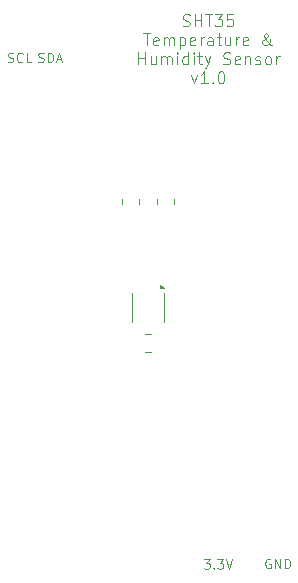
<source format=gbr>
%TF.GenerationSoftware,KiCad,Pcbnew,9.0.0*%
%TF.CreationDate,2025-06-18T18:11:36+02:00*%
%TF.ProjectId,SHT35_Board,53485433-355f-4426-9f61-72642e6b6963,rev?*%
%TF.SameCoordinates,Original*%
%TF.FileFunction,Legend,Top*%
%TF.FilePolarity,Positive*%
%FSLAX46Y46*%
G04 Gerber Fmt 4.6, Leading zero omitted, Abs format (unit mm)*
G04 Created by KiCad (PCBNEW 9.0.0) date 2025-06-18 18:11:36*
%MOMM*%
%LPD*%
G01*
G04 APERTURE LIST*
%ADD10C,0.100000*%
%ADD11C,0.120000*%
G04 APERTURE END LIST*
D10*
X185330074Y-111286895D02*
X185825312Y-111286895D01*
X185825312Y-111286895D02*
X185558646Y-111591657D01*
X185558646Y-111591657D02*
X185672931Y-111591657D01*
X185672931Y-111591657D02*
X185749122Y-111629752D01*
X185749122Y-111629752D02*
X185787217Y-111667847D01*
X185787217Y-111667847D02*
X185825312Y-111744038D01*
X185825312Y-111744038D02*
X185825312Y-111934514D01*
X185825312Y-111934514D02*
X185787217Y-112010704D01*
X185787217Y-112010704D02*
X185749122Y-112048800D01*
X185749122Y-112048800D02*
X185672931Y-112086895D01*
X185672931Y-112086895D02*
X185444360Y-112086895D01*
X185444360Y-112086895D02*
X185368169Y-112048800D01*
X185368169Y-112048800D02*
X185330074Y-112010704D01*
X186168170Y-112010704D02*
X186206265Y-112048800D01*
X186206265Y-112048800D02*
X186168170Y-112086895D01*
X186168170Y-112086895D02*
X186130074Y-112048800D01*
X186130074Y-112048800D02*
X186168170Y-112010704D01*
X186168170Y-112010704D02*
X186168170Y-112086895D01*
X186472931Y-111286895D02*
X186968169Y-111286895D01*
X186968169Y-111286895D02*
X186701503Y-111591657D01*
X186701503Y-111591657D02*
X186815788Y-111591657D01*
X186815788Y-111591657D02*
X186891979Y-111629752D01*
X186891979Y-111629752D02*
X186930074Y-111667847D01*
X186930074Y-111667847D02*
X186968169Y-111744038D01*
X186968169Y-111744038D02*
X186968169Y-111934514D01*
X186968169Y-111934514D02*
X186930074Y-112010704D01*
X186930074Y-112010704D02*
X186891979Y-112048800D01*
X186891979Y-112048800D02*
X186815788Y-112086895D01*
X186815788Y-112086895D02*
X186587217Y-112086895D01*
X186587217Y-112086895D02*
X186511026Y-112048800D01*
X186511026Y-112048800D02*
X186472931Y-112010704D01*
X187196741Y-111286895D02*
X187463408Y-112086895D01*
X187463408Y-112086895D02*
X187730074Y-111286895D01*
X171328169Y-69168800D02*
X171442455Y-69206895D01*
X171442455Y-69206895D02*
X171632931Y-69206895D01*
X171632931Y-69206895D02*
X171709122Y-69168800D01*
X171709122Y-69168800D02*
X171747217Y-69130704D01*
X171747217Y-69130704D02*
X171785312Y-69054514D01*
X171785312Y-69054514D02*
X171785312Y-68978323D01*
X171785312Y-68978323D02*
X171747217Y-68902133D01*
X171747217Y-68902133D02*
X171709122Y-68864038D01*
X171709122Y-68864038D02*
X171632931Y-68825942D01*
X171632931Y-68825942D02*
X171480550Y-68787847D01*
X171480550Y-68787847D02*
X171404360Y-68749752D01*
X171404360Y-68749752D02*
X171366265Y-68711657D01*
X171366265Y-68711657D02*
X171328169Y-68635466D01*
X171328169Y-68635466D02*
X171328169Y-68559276D01*
X171328169Y-68559276D02*
X171366265Y-68483085D01*
X171366265Y-68483085D02*
X171404360Y-68444990D01*
X171404360Y-68444990D02*
X171480550Y-68406895D01*
X171480550Y-68406895D02*
X171671027Y-68406895D01*
X171671027Y-68406895D02*
X171785312Y-68444990D01*
X172128170Y-69206895D02*
X172128170Y-68406895D01*
X172128170Y-68406895D02*
X172318646Y-68406895D01*
X172318646Y-68406895D02*
X172432932Y-68444990D01*
X172432932Y-68444990D02*
X172509122Y-68521180D01*
X172509122Y-68521180D02*
X172547217Y-68597371D01*
X172547217Y-68597371D02*
X172585313Y-68749752D01*
X172585313Y-68749752D02*
X172585313Y-68864038D01*
X172585313Y-68864038D02*
X172547217Y-69016419D01*
X172547217Y-69016419D02*
X172509122Y-69092609D01*
X172509122Y-69092609D02*
X172432932Y-69168800D01*
X172432932Y-69168800D02*
X172318646Y-69206895D01*
X172318646Y-69206895D02*
X172128170Y-69206895D01*
X172890074Y-68978323D02*
X173271027Y-68978323D01*
X172813884Y-69206895D02*
X173080551Y-68406895D01*
X173080551Y-68406895D02*
X173347217Y-69206895D01*
X190985312Y-111314990D02*
X190909122Y-111276895D01*
X190909122Y-111276895D02*
X190794836Y-111276895D01*
X190794836Y-111276895D02*
X190680550Y-111314990D01*
X190680550Y-111314990D02*
X190604360Y-111391180D01*
X190604360Y-111391180D02*
X190566265Y-111467371D01*
X190566265Y-111467371D02*
X190528169Y-111619752D01*
X190528169Y-111619752D02*
X190528169Y-111734038D01*
X190528169Y-111734038D02*
X190566265Y-111886419D01*
X190566265Y-111886419D02*
X190604360Y-111962609D01*
X190604360Y-111962609D02*
X190680550Y-112038800D01*
X190680550Y-112038800D02*
X190794836Y-112076895D01*
X190794836Y-112076895D02*
X190871027Y-112076895D01*
X190871027Y-112076895D02*
X190985312Y-112038800D01*
X190985312Y-112038800D02*
X191023408Y-112000704D01*
X191023408Y-112000704D02*
X191023408Y-111734038D01*
X191023408Y-111734038D02*
X190871027Y-111734038D01*
X191366265Y-112076895D02*
X191366265Y-111276895D01*
X191366265Y-111276895D02*
X191823408Y-112076895D01*
X191823408Y-112076895D02*
X191823408Y-111276895D01*
X192204360Y-112076895D02*
X192204360Y-111276895D01*
X192204360Y-111276895D02*
X192394836Y-111276895D01*
X192394836Y-111276895D02*
X192509122Y-111314990D01*
X192509122Y-111314990D02*
X192585312Y-111391180D01*
X192585312Y-111391180D02*
X192623407Y-111467371D01*
X192623407Y-111467371D02*
X192661503Y-111619752D01*
X192661503Y-111619752D02*
X192661503Y-111734038D01*
X192661503Y-111734038D02*
X192623407Y-111886419D01*
X192623407Y-111886419D02*
X192585312Y-111962609D01*
X192585312Y-111962609D02*
X192509122Y-112038800D01*
X192509122Y-112038800D02*
X192394836Y-112076895D01*
X192394836Y-112076895D02*
X192204360Y-112076895D01*
X168738169Y-69168800D02*
X168852455Y-69206895D01*
X168852455Y-69206895D02*
X169042931Y-69206895D01*
X169042931Y-69206895D02*
X169119122Y-69168800D01*
X169119122Y-69168800D02*
X169157217Y-69130704D01*
X169157217Y-69130704D02*
X169195312Y-69054514D01*
X169195312Y-69054514D02*
X169195312Y-68978323D01*
X169195312Y-68978323D02*
X169157217Y-68902133D01*
X169157217Y-68902133D02*
X169119122Y-68864038D01*
X169119122Y-68864038D02*
X169042931Y-68825942D01*
X169042931Y-68825942D02*
X168890550Y-68787847D01*
X168890550Y-68787847D02*
X168814360Y-68749752D01*
X168814360Y-68749752D02*
X168776265Y-68711657D01*
X168776265Y-68711657D02*
X168738169Y-68635466D01*
X168738169Y-68635466D02*
X168738169Y-68559276D01*
X168738169Y-68559276D02*
X168776265Y-68483085D01*
X168776265Y-68483085D02*
X168814360Y-68444990D01*
X168814360Y-68444990D02*
X168890550Y-68406895D01*
X168890550Y-68406895D02*
X169081027Y-68406895D01*
X169081027Y-68406895D02*
X169195312Y-68444990D01*
X169995313Y-69130704D02*
X169957217Y-69168800D01*
X169957217Y-69168800D02*
X169842932Y-69206895D01*
X169842932Y-69206895D02*
X169766741Y-69206895D01*
X169766741Y-69206895D02*
X169652455Y-69168800D01*
X169652455Y-69168800D02*
X169576265Y-69092609D01*
X169576265Y-69092609D02*
X169538170Y-69016419D01*
X169538170Y-69016419D02*
X169500074Y-68864038D01*
X169500074Y-68864038D02*
X169500074Y-68749752D01*
X169500074Y-68749752D02*
X169538170Y-68597371D01*
X169538170Y-68597371D02*
X169576265Y-68521180D01*
X169576265Y-68521180D02*
X169652455Y-68444990D01*
X169652455Y-68444990D02*
X169766741Y-68406895D01*
X169766741Y-68406895D02*
X169842932Y-68406895D01*
X169842932Y-68406895D02*
X169957217Y-68444990D01*
X169957217Y-68444990D02*
X169995313Y-68483085D01*
X170719122Y-69206895D02*
X170338170Y-69206895D01*
X170338170Y-69206895D02*
X170338170Y-68406895D01*
X183567143Y-66124968D02*
X183710000Y-66172587D01*
X183710000Y-66172587D02*
X183948095Y-66172587D01*
X183948095Y-66172587D02*
X184043333Y-66124968D01*
X184043333Y-66124968D02*
X184090952Y-66077348D01*
X184090952Y-66077348D02*
X184138571Y-65982110D01*
X184138571Y-65982110D02*
X184138571Y-65886872D01*
X184138571Y-65886872D02*
X184090952Y-65791634D01*
X184090952Y-65791634D02*
X184043333Y-65744015D01*
X184043333Y-65744015D02*
X183948095Y-65696396D01*
X183948095Y-65696396D02*
X183757619Y-65648777D01*
X183757619Y-65648777D02*
X183662381Y-65601158D01*
X183662381Y-65601158D02*
X183614762Y-65553539D01*
X183614762Y-65553539D02*
X183567143Y-65458301D01*
X183567143Y-65458301D02*
X183567143Y-65363063D01*
X183567143Y-65363063D02*
X183614762Y-65267825D01*
X183614762Y-65267825D02*
X183662381Y-65220206D01*
X183662381Y-65220206D02*
X183757619Y-65172587D01*
X183757619Y-65172587D02*
X183995714Y-65172587D01*
X183995714Y-65172587D02*
X184138571Y-65220206D01*
X184567143Y-66172587D02*
X184567143Y-65172587D01*
X184567143Y-65648777D02*
X185138571Y-65648777D01*
X185138571Y-66172587D02*
X185138571Y-65172587D01*
X185471905Y-65172587D02*
X186043333Y-65172587D01*
X185757619Y-66172587D02*
X185757619Y-65172587D01*
X186281429Y-65172587D02*
X186900476Y-65172587D01*
X186900476Y-65172587D02*
X186567143Y-65553539D01*
X186567143Y-65553539D02*
X186710000Y-65553539D01*
X186710000Y-65553539D02*
X186805238Y-65601158D01*
X186805238Y-65601158D02*
X186852857Y-65648777D01*
X186852857Y-65648777D02*
X186900476Y-65744015D01*
X186900476Y-65744015D02*
X186900476Y-65982110D01*
X186900476Y-65982110D02*
X186852857Y-66077348D01*
X186852857Y-66077348D02*
X186805238Y-66124968D01*
X186805238Y-66124968D02*
X186710000Y-66172587D01*
X186710000Y-66172587D02*
X186424286Y-66172587D01*
X186424286Y-66172587D02*
X186329048Y-66124968D01*
X186329048Y-66124968D02*
X186281429Y-66077348D01*
X187805238Y-65172587D02*
X187329048Y-65172587D01*
X187329048Y-65172587D02*
X187281429Y-65648777D01*
X187281429Y-65648777D02*
X187329048Y-65601158D01*
X187329048Y-65601158D02*
X187424286Y-65553539D01*
X187424286Y-65553539D02*
X187662381Y-65553539D01*
X187662381Y-65553539D02*
X187757619Y-65601158D01*
X187757619Y-65601158D02*
X187805238Y-65648777D01*
X187805238Y-65648777D02*
X187852857Y-65744015D01*
X187852857Y-65744015D02*
X187852857Y-65982110D01*
X187852857Y-65982110D02*
X187805238Y-66077348D01*
X187805238Y-66077348D02*
X187757619Y-66124968D01*
X187757619Y-66124968D02*
X187662381Y-66172587D01*
X187662381Y-66172587D02*
X187424286Y-66172587D01*
X187424286Y-66172587D02*
X187329048Y-66124968D01*
X187329048Y-66124968D02*
X187281429Y-66077348D01*
X180209999Y-66782531D02*
X180781427Y-66782531D01*
X180495713Y-67782531D02*
X180495713Y-66782531D01*
X181495713Y-67734912D02*
X181400475Y-67782531D01*
X181400475Y-67782531D02*
X181209999Y-67782531D01*
X181209999Y-67782531D02*
X181114761Y-67734912D01*
X181114761Y-67734912D02*
X181067142Y-67639673D01*
X181067142Y-67639673D02*
X181067142Y-67258721D01*
X181067142Y-67258721D02*
X181114761Y-67163483D01*
X181114761Y-67163483D02*
X181209999Y-67115864D01*
X181209999Y-67115864D02*
X181400475Y-67115864D01*
X181400475Y-67115864D02*
X181495713Y-67163483D01*
X181495713Y-67163483D02*
X181543332Y-67258721D01*
X181543332Y-67258721D02*
X181543332Y-67353959D01*
X181543332Y-67353959D02*
X181067142Y-67449197D01*
X181971904Y-67782531D02*
X181971904Y-67115864D01*
X181971904Y-67211102D02*
X182019523Y-67163483D01*
X182019523Y-67163483D02*
X182114761Y-67115864D01*
X182114761Y-67115864D02*
X182257618Y-67115864D01*
X182257618Y-67115864D02*
X182352856Y-67163483D01*
X182352856Y-67163483D02*
X182400475Y-67258721D01*
X182400475Y-67258721D02*
X182400475Y-67782531D01*
X182400475Y-67258721D02*
X182448094Y-67163483D01*
X182448094Y-67163483D02*
X182543332Y-67115864D01*
X182543332Y-67115864D02*
X182686189Y-67115864D01*
X182686189Y-67115864D02*
X182781428Y-67163483D01*
X182781428Y-67163483D02*
X182829047Y-67258721D01*
X182829047Y-67258721D02*
X182829047Y-67782531D01*
X183305237Y-67115864D02*
X183305237Y-68115864D01*
X183305237Y-67163483D02*
X183400475Y-67115864D01*
X183400475Y-67115864D02*
X183590951Y-67115864D01*
X183590951Y-67115864D02*
X183686189Y-67163483D01*
X183686189Y-67163483D02*
X183733808Y-67211102D01*
X183733808Y-67211102D02*
X183781427Y-67306340D01*
X183781427Y-67306340D02*
X183781427Y-67592054D01*
X183781427Y-67592054D02*
X183733808Y-67687292D01*
X183733808Y-67687292D02*
X183686189Y-67734912D01*
X183686189Y-67734912D02*
X183590951Y-67782531D01*
X183590951Y-67782531D02*
X183400475Y-67782531D01*
X183400475Y-67782531D02*
X183305237Y-67734912D01*
X184590951Y-67734912D02*
X184495713Y-67782531D01*
X184495713Y-67782531D02*
X184305237Y-67782531D01*
X184305237Y-67782531D02*
X184209999Y-67734912D01*
X184209999Y-67734912D02*
X184162380Y-67639673D01*
X184162380Y-67639673D02*
X184162380Y-67258721D01*
X184162380Y-67258721D02*
X184209999Y-67163483D01*
X184209999Y-67163483D02*
X184305237Y-67115864D01*
X184305237Y-67115864D02*
X184495713Y-67115864D01*
X184495713Y-67115864D02*
X184590951Y-67163483D01*
X184590951Y-67163483D02*
X184638570Y-67258721D01*
X184638570Y-67258721D02*
X184638570Y-67353959D01*
X184638570Y-67353959D02*
X184162380Y-67449197D01*
X185067142Y-67782531D02*
X185067142Y-67115864D01*
X185067142Y-67306340D02*
X185114761Y-67211102D01*
X185114761Y-67211102D02*
X185162380Y-67163483D01*
X185162380Y-67163483D02*
X185257618Y-67115864D01*
X185257618Y-67115864D02*
X185352856Y-67115864D01*
X186114761Y-67782531D02*
X186114761Y-67258721D01*
X186114761Y-67258721D02*
X186067142Y-67163483D01*
X186067142Y-67163483D02*
X185971904Y-67115864D01*
X185971904Y-67115864D02*
X185781428Y-67115864D01*
X185781428Y-67115864D02*
X185686190Y-67163483D01*
X186114761Y-67734912D02*
X186019523Y-67782531D01*
X186019523Y-67782531D02*
X185781428Y-67782531D01*
X185781428Y-67782531D02*
X185686190Y-67734912D01*
X185686190Y-67734912D02*
X185638571Y-67639673D01*
X185638571Y-67639673D02*
X185638571Y-67544435D01*
X185638571Y-67544435D02*
X185686190Y-67449197D01*
X185686190Y-67449197D02*
X185781428Y-67401578D01*
X185781428Y-67401578D02*
X186019523Y-67401578D01*
X186019523Y-67401578D02*
X186114761Y-67353959D01*
X186448095Y-67115864D02*
X186829047Y-67115864D01*
X186590952Y-66782531D02*
X186590952Y-67639673D01*
X186590952Y-67639673D02*
X186638571Y-67734912D01*
X186638571Y-67734912D02*
X186733809Y-67782531D01*
X186733809Y-67782531D02*
X186829047Y-67782531D01*
X187590952Y-67115864D02*
X187590952Y-67782531D01*
X187162381Y-67115864D02*
X187162381Y-67639673D01*
X187162381Y-67639673D02*
X187210000Y-67734912D01*
X187210000Y-67734912D02*
X187305238Y-67782531D01*
X187305238Y-67782531D02*
X187448095Y-67782531D01*
X187448095Y-67782531D02*
X187543333Y-67734912D01*
X187543333Y-67734912D02*
X187590952Y-67687292D01*
X188067143Y-67782531D02*
X188067143Y-67115864D01*
X188067143Y-67306340D02*
X188114762Y-67211102D01*
X188114762Y-67211102D02*
X188162381Y-67163483D01*
X188162381Y-67163483D02*
X188257619Y-67115864D01*
X188257619Y-67115864D02*
X188352857Y-67115864D01*
X189067143Y-67734912D02*
X188971905Y-67782531D01*
X188971905Y-67782531D02*
X188781429Y-67782531D01*
X188781429Y-67782531D02*
X188686191Y-67734912D01*
X188686191Y-67734912D02*
X188638572Y-67639673D01*
X188638572Y-67639673D02*
X188638572Y-67258721D01*
X188638572Y-67258721D02*
X188686191Y-67163483D01*
X188686191Y-67163483D02*
X188781429Y-67115864D01*
X188781429Y-67115864D02*
X188971905Y-67115864D01*
X188971905Y-67115864D02*
X189067143Y-67163483D01*
X189067143Y-67163483D02*
X189114762Y-67258721D01*
X189114762Y-67258721D02*
X189114762Y-67353959D01*
X189114762Y-67353959D02*
X188638572Y-67449197D01*
X191114763Y-67782531D02*
X191067144Y-67782531D01*
X191067144Y-67782531D02*
X190971905Y-67734912D01*
X190971905Y-67734912D02*
X190829048Y-67592054D01*
X190829048Y-67592054D02*
X190590953Y-67306340D01*
X190590953Y-67306340D02*
X190495715Y-67163483D01*
X190495715Y-67163483D02*
X190448096Y-67020626D01*
X190448096Y-67020626D02*
X190448096Y-66925388D01*
X190448096Y-66925388D02*
X190495715Y-66830150D01*
X190495715Y-66830150D02*
X190590953Y-66782531D01*
X190590953Y-66782531D02*
X190638572Y-66782531D01*
X190638572Y-66782531D02*
X190733810Y-66830150D01*
X190733810Y-66830150D02*
X190781429Y-66925388D01*
X190781429Y-66925388D02*
X190781429Y-66973007D01*
X190781429Y-66973007D02*
X190733810Y-67068245D01*
X190733810Y-67068245D02*
X190686191Y-67115864D01*
X190686191Y-67115864D02*
X190400477Y-67306340D01*
X190400477Y-67306340D02*
X190352858Y-67353959D01*
X190352858Y-67353959D02*
X190305239Y-67449197D01*
X190305239Y-67449197D02*
X190305239Y-67592054D01*
X190305239Y-67592054D02*
X190352858Y-67687292D01*
X190352858Y-67687292D02*
X190400477Y-67734912D01*
X190400477Y-67734912D02*
X190495715Y-67782531D01*
X190495715Y-67782531D02*
X190638572Y-67782531D01*
X190638572Y-67782531D02*
X190733810Y-67734912D01*
X190733810Y-67734912D02*
X190781429Y-67687292D01*
X190781429Y-67687292D02*
X190924286Y-67496816D01*
X190924286Y-67496816D02*
X190971905Y-67353959D01*
X190971905Y-67353959D02*
X190971905Y-67258721D01*
X179805238Y-69392475D02*
X179805238Y-68392475D01*
X179805238Y-68868665D02*
X180376666Y-68868665D01*
X180376666Y-69392475D02*
X180376666Y-68392475D01*
X181281428Y-68725808D02*
X181281428Y-69392475D01*
X180852857Y-68725808D02*
X180852857Y-69249617D01*
X180852857Y-69249617D02*
X180900476Y-69344856D01*
X180900476Y-69344856D02*
X180995714Y-69392475D01*
X180995714Y-69392475D02*
X181138571Y-69392475D01*
X181138571Y-69392475D02*
X181233809Y-69344856D01*
X181233809Y-69344856D02*
X181281428Y-69297236D01*
X181757619Y-69392475D02*
X181757619Y-68725808D01*
X181757619Y-68821046D02*
X181805238Y-68773427D01*
X181805238Y-68773427D02*
X181900476Y-68725808D01*
X181900476Y-68725808D02*
X182043333Y-68725808D01*
X182043333Y-68725808D02*
X182138571Y-68773427D01*
X182138571Y-68773427D02*
X182186190Y-68868665D01*
X182186190Y-68868665D02*
X182186190Y-69392475D01*
X182186190Y-68868665D02*
X182233809Y-68773427D01*
X182233809Y-68773427D02*
X182329047Y-68725808D01*
X182329047Y-68725808D02*
X182471904Y-68725808D01*
X182471904Y-68725808D02*
X182567143Y-68773427D01*
X182567143Y-68773427D02*
X182614762Y-68868665D01*
X182614762Y-68868665D02*
X182614762Y-69392475D01*
X183090952Y-69392475D02*
X183090952Y-68725808D01*
X183090952Y-68392475D02*
X183043333Y-68440094D01*
X183043333Y-68440094D02*
X183090952Y-68487713D01*
X183090952Y-68487713D02*
X183138571Y-68440094D01*
X183138571Y-68440094D02*
X183090952Y-68392475D01*
X183090952Y-68392475D02*
X183090952Y-68487713D01*
X183995713Y-69392475D02*
X183995713Y-68392475D01*
X183995713Y-69344856D02*
X183900475Y-69392475D01*
X183900475Y-69392475D02*
X183709999Y-69392475D01*
X183709999Y-69392475D02*
X183614761Y-69344856D01*
X183614761Y-69344856D02*
X183567142Y-69297236D01*
X183567142Y-69297236D02*
X183519523Y-69201998D01*
X183519523Y-69201998D02*
X183519523Y-68916284D01*
X183519523Y-68916284D02*
X183567142Y-68821046D01*
X183567142Y-68821046D02*
X183614761Y-68773427D01*
X183614761Y-68773427D02*
X183709999Y-68725808D01*
X183709999Y-68725808D02*
X183900475Y-68725808D01*
X183900475Y-68725808D02*
X183995713Y-68773427D01*
X184471904Y-69392475D02*
X184471904Y-68725808D01*
X184471904Y-68392475D02*
X184424285Y-68440094D01*
X184424285Y-68440094D02*
X184471904Y-68487713D01*
X184471904Y-68487713D02*
X184519523Y-68440094D01*
X184519523Y-68440094D02*
X184471904Y-68392475D01*
X184471904Y-68392475D02*
X184471904Y-68487713D01*
X184805237Y-68725808D02*
X185186189Y-68725808D01*
X184948094Y-68392475D02*
X184948094Y-69249617D01*
X184948094Y-69249617D02*
X184995713Y-69344856D01*
X184995713Y-69344856D02*
X185090951Y-69392475D01*
X185090951Y-69392475D02*
X185186189Y-69392475D01*
X185424285Y-68725808D02*
X185662380Y-69392475D01*
X185900475Y-68725808D02*
X185662380Y-69392475D01*
X185662380Y-69392475D02*
X185567142Y-69630570D01*
X185567142Y-69630570D02*
X185519523Y-69678189D01*
X185519523Y-69678189D02*
X185424285Y-69725808D01*
X186995714Y-69344856D02*
X187138571Y-69392475D01*
X187138571Y-69392475D02*
X187376666Y-69392475D01*
X187376666Y-69392475D02*
X187471904Y-69344856D01*
X187471904Y-69344856D02*
X187519523Y-69297236D01*
X187519523Y-69297236D02*
X187567142Y-69201998D01*
X187567142Y-69201998D02*
X187567142Y-69106760D01*
X187567142Y-69106760D02*
X187519523Y-69011522D01*
X187519523Y-69011522D02*
X187471904Y-68963903D01*
X187471904Y-68963903D02*
X187376666Y-68916284D01*
X187376666Y-68916284D02*
X187186190Y-68868665D01*
X187186190Y-68868665D02*
X187090952Y-68821046D01*
X187090952Y-68821046D02*
X187043333Y-68773427D01*
X187043333Y-68773427D02*
X186995714Y-68678189D01*
X186995714Y-68678189D02*
X186995714Y-68582951D01*
X186995714Y-68582951D02*
X187043333Y-68487713D01*
X187043333Y-68487713D02*
X187090952Y-68440094D01*
X187090952Y-68440094D02*
X187186190Y-68392475D01*
X187186190Y-68392475D02*
X187424285Y-68392475D01*
X187424285Y-68392475D02*
X187567142Y-68440094D01*
X188376666Y-69344856D02*
X188281428Y-69392475D01*
X188281428Y-69392475D02*
X188090952Y-69392475D01*
X188090952Y-69392475D02*
X187995714Y-69344856D01*
X187995714Y-69344856D02*
X187948095Y-69249617D01*
X187948095Y-69249617D02*
X187948095Y-68868665D01*
X187948095Y-68868665D02*
X187995714Y-68773427D01*
X187995714Y-68773427D02*
X188090952Y-68725808D01*
X188090952Y-68725808D02*
X188281428Y-68725808D01*
X188281428Y-68725808D02*
X188376666Y-68773427D01*
X188376666Y-68773427D02*
X188424285Y-68868665D01*
X188424285Y-68868665D02*
X188424285Y-68963903D01*
X188424285Y-68963903D02*
X187948095Y-69059141D01*
X188852857Y-68725808D02*
X188852857Y-69392475D01*
X188852857Y-68821046D02*
X188900476Y-68773427D01*
X188900476Y-68773427D02*
X188995714Y-68725808D01*
X188995714Y-68725808D02*
X189138571Y-68725808D01*
X189138571Y-68725808D02*
X189233809Y-68773427D01*
X189233809Y-68773427D02*
X189281428Y-68868665D01*
X189281428Y-68868665D02*
X189281428Y-69392475D01*
X189710000Y-69344856D02*
X189805238Y-69392475D01*
X189805238Y-69392475D02*
X189995714Y-69392475D01*
X189995714Y-69392475D02*
X190090952Y-69344856D01*
X190090952Y-69344856D02*
X190138571Y-69249617D01*
X190138571Y-69249617D02*
X190138571Y-69201998D01*
X190138571Y-69201998D02*
X190090952Y-69106760D01*
X190090952Y-69106760D02*
X189995714Y-69059141D01*
X189995714Y-69059141D02*
X189852857Y-69059141D01*
X189852857Y-69059141D02*
X189757619Y-69011522D01*
X189757619Y-69011522D02*
X189710000Y-68916284D01*
X189710000Y-68916284D02*
X189710000Y-68868665D01*
X189710000Y-68868665D02*
X189757619Y-68773427D01*
X189757619Y-68773427D02*
X189852857Y-68725808D01*
X189852857Y-68725808D02*
X189995714Y-68725808D01*
X189995714Y-68725808D02*
X190090952Y-68773427D01*
X190710000Y-69392475D02*
X190614762Y-69344856D01*
X190614762Y-69344856D02*
X190567143Y-69297236D01*
X190567143Y-69297236D02*
X190519524Y-69201998D01*
X190519524Y-69201998D02*
X190519524Y-68916284D01*
X190519524Y-68916284D02*
X190567143Y-68821046D01*
X190567143Y-68821046D02*
X190614762Y-68773427D01*
X190614762Y-68773427D02*
X190710000Y-68725808D01*
X190710000Y-68725808D02*
X190852857Y-68725808D01*
X190852857Y-68725808D02*
X190948095Y-68773427D01*
X190948095Y-68773427D02*
X190995714Y-68821046D01*
X190995714Y-68821046D02*
X191043333Y-68916284D01*
X191043333Y-68916284D02*
X191043333Y-69201998D01*
X191043333Y-69201998D02*
X190995714Y-69297236D01*
X190995714Y-69297236D02*
X190948095Y-69344856D01*
X190948095Y-69344856D02*
X190852857Y-69392475D01*
X190852857Y-69392475D02*
X190710000Y-69392475D01*
X191471905Y-69392475D02*
X191471905Y-68725808D01*
X191471905Y-68916284D02*
X191519524Y-68821046D01*
X191519524Y-68821046D02*
X191567143Y-68773427D01*
X191567143Y-68773427D02*
X191662381Y-68725808D01*
X191662381Y-68725808D02*
X191757619Y-68725808D01*
X184281429Y-70335752D02*
X184519524Y-71002419D01*
X184519524Y-71002419D02*
X184757619Y-70335752D01*
X185662381Y-71002419D02*
X185090953Y-71002419D01*
X185376667Y-71002419D02*
X185376667Y-70002419D01*
X185376667Y-70002419D02*
X185281429Y-70145276D01*
X185281429Y-70145276D02*
X185186191Y-70240514D01*
X185186191Y-70240514D02*
X185090953Y-70288133D01*
X186090953Y-70907180D02*
X186138572Y-70954800D01*
X186138572Y-70954800D02*
X186090953Y-71002419D01*
X186090953Y-71002419D02*
X186043334Y-70954800D01*
X186043334Y-70954800D02*
X186090953Y-70907180D01*
X186090953Y-70907180D02*
X186090953Y-71002419D01*
X186757619Y-70002419D02*
X186852857Y-70002419D01*
X186852857Y-70002419D02*
X186948095Y-70050038D01*
X186948095Y-70050038D02*
X186995714Y-70097657D01*
X186995714Y-70097657D02*
X187043333Y-70192895D01*
X187043333Y-70192895D02*
X187090952Y-70383371D01*
X187090952Y-70383371D02*
X187090952Y-70621466D01*
X187090952Y-70621466D02*
X187043333Y-70811942D01*
X187043333Y-70811942D02*
X186995714Y-70907180D01*
X186995714Y-70907180D02*
X186948095Y-70954800D01*
X186948095Y-70954800D02*
X186852857Y-71002419D01*
X186852857Y-71002419D02*
X186757619Y-71002419D01*
X186757619Y-71002419D02*
X186662381Y-70954800D01*
X186662381Y-70954800D02*
X186614762Y-70907180D01*
X186614762Y-70907180D02*
X186567143Y-70811942D01*
X186567143Y-70811942D02*
X186519524Y-70621466D01*
X186519524Y-70621466D02*
X186519524Y-70383371D01*
X186519524Y-70383371D02*
X186567143Y-70192895D01*
X186567143Y-70192895D02*
X186614762Y-70097657D01*
X186614762Y-70097657D02*
X186662381Y-70050038D01*
X186662381Y-70050038D02*
X186757619Y-70002419D01*
D11*
%TO.C,C1*%
X180331248Y-92265000D02*
X180853752Y-92265000D01*
X180331248Y-93735000D02*
X180853752Y-93735000D01*
%TO.C,U1*%
X179260000Y-88750000D02*
X179260000Y-91250000D01*
X181980000Y-88750000D02*
X181980000Y-91250000D01*
X181950000Y-88350000D02*
X181670000Y-88350000D01*
X181670000Y-88070000D01*
X181950000Y-88350000D01*
G36*
X181950000Y-88350000D02*
G01*
X181670000Y-88350000D01*
X181670000Y-88070000D01*
X181950000Y-88350000D01*
G37*
%TO.C,R1*%
X181385000Y-80772936D02*
X181385000Y-81227064D01*
X182855000Y-80772936D02*
X182855000Y-81227064D01*
%TO.C,R2*%
X178385000Y-80772936D02*
X178385000Y-81227064D01*
X179855000Y-80772936D02*
X179855000Y-81227064D01*
%TD*%
M02*

</source>
